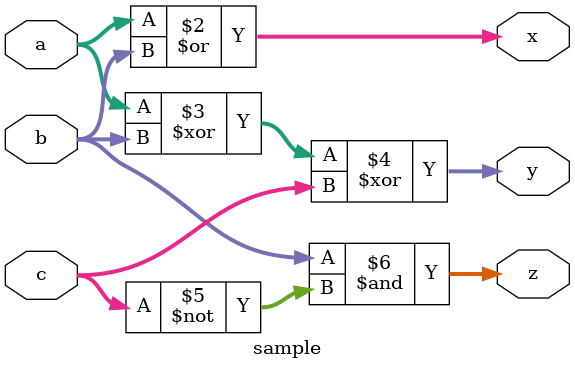
<source format=v>
module sample(a,b,c,x,y,z);
	input [7:0]a,b,c;
	output reg[7:0]x,y,z;
	always@(a or b or c) begin
//	x<=a|b;
//	y<=a^b^c;
//	z<=b & ~c;
	x=a|b;
	y=a^b^c;
	z=b & ~c;
	end
endmodule

//# a=21 b=53 c=36 x=53 y=4 z=17
//# a=137 b=94 c=129 x=223 y=86 z=94
//# a=132 b=214 c=9 x=214 y=91 z=214
//# a=240 b=86 c=99 x=246 y=197 z=20
//# a=185 b=123 c=13 x=251 y=207 z=114
//# a=223 b=153 c=141 x=223 y=203 z=16
//# a=194 b=132 c=101 x=198 y=35 z=128
//# a=55 b=82 c=18 x=119 y=119 z=64
//# a=243 b=227 c=1 x=243 y=17 z=226
//# a=215 b=205 c=13 x=223 y=23 z=192


//# a=21 b=53 c=36 x=53 y=4 z=17
//# a=137 b=94 c=129 x=223 y=86 z=94
//# a=132 b=214 c=9 x=214 y=91 z=214
//# a=240 b=86 c=99 x=246 y=197 z=20
//# a=185 b=123 c=13 x=251 y=207 z=114
//# a=223 b=153 c=141 x=223 y=203 z=16
//# a=194 b=132 c=101 x=198 y=35 z=128
//# a=55 b=82 c=18 x=119 y=119 z=64
//# a=243 b=227 c=1 x=243 y=17 z=226
//# a=215 b=205 c=13 x=223 y=23 z=192

</source>
